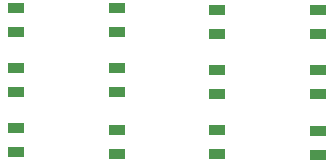
<source format=gbr>
G04 DesignSpark PCB Gerber Version 11.0 Build 5877*
G04 #@! TF.Part,Single*
G04 #@! TF.FileFunction,Paste,Bot*
G04 #@! TF.FilePolarity,Positive*
%FSLAX35Y35*%
%MOIN*%
G04 #@! TA.AperFunction,SMDPad,CuDef*
%ADD79R,0.05335X0.03366*%
G04 #@! TD.AperFunction*
X0Y0D02*
D02*
D79*
X12219Y202394D03*
Y210268D03*
Y242394D03*
Y250268D03*
X12250Y222394D03*
Y230268D03*
X45750Y201894D03*
Y209768D03*
Y222394D03*
Y230268D03*
Y242394D03*
Y250268D03*
X79250Y201894D03*
Y209768D03*
Y241894D03*
Y249768D03*
X79281Y221894D03*
Y229768D03*
X112781Y201394D03*
Y209268D03*
Y221894D03*
Y229768D03*
Y241894D03*
Y249768D03*
X0Y0D02*
M02*

</source>
